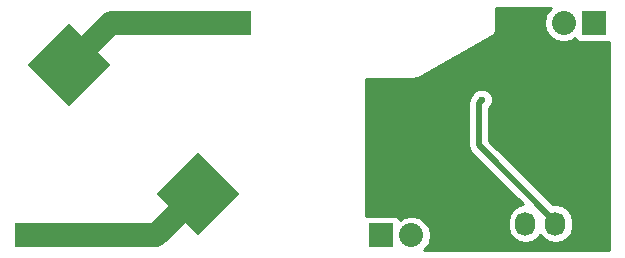
<source format=gbr>
G04 #@! TF.FileFunction,Copper,L2,Bot,Signal*
%FSLAX46Y46*%
G04 Gerber Fmt 4.6, Leading zero omitted, Abs format (unit mm)*
G04 Created by KiCad (PCBNEW 4.0.4-stable) date 12/28/16 17:41:51*
%MOMM*%
%LPD*%
G01*
G04 APERTURE LIST*
%ADD10C,0.100000*%
%ADD11R,2.032000X2.032000*%
%ADD12O,2.032000X2.032000*%
%ADD13R,1.727200X2.032000*%
%ADD14O,1.727200X2.032000*%
%ADD15C,0.600000*%
%ADD16C,0.500000*%
%ADD17C,2.000000*%
%ADD18C,0.254000*%
G04 APERTURE END LIST*
D10*
D11*
X91000000Y-109000000D03*
D12*
X93540000Y-109000000D03*
D10*
G36*
X101919466Y-105455000D02*
X105455000Y-101919466D01*
X108990534Y-105455000D01*
X105455000Y-108990534D01*
X101919466Y-105455000D01*
X101919466Y-105455000D01*
G37*
G36*
X91009466Y-94545000D02*
X94545000Y-91009466D01*
X98080534Y-94545000D01*
X94545000Y-98080534D01*
X91009466Y-94545000D01*
X91009466Y-94545000D01*
G37*
D11*
X109000000Y-91000000D03*
D12*
X106460000Y-91000000D03*
D13*
X130660000Y-108000000D03*
D14*
X133200000Y-108000000D03*
X135740000Y-108000000D03*
D11*
X121000000Y-109000000D03*
D12*
X123540000Y-109000000D03*
D11*
X139000000Y-91000000D03*
D12*
X136460000Y-91000000D03*
D15*
X132200000Y-98200000D03*
X131500000Y-98200000D03*
X124000000Y-105500000D03*
X124000000Y-104750000D03*
X123250000Y-104750000D03*
X123250000Y-105500000D03*
X122500000Y-105500000D03*
X122500000Y-104750000D03*
X132250000Y-100500000D03*
X131500000Y-99750000D03*
X132250000Y-99750000D03*
X132250000Y-99000000D03*
X131500000Y-99000000D03*
X129500000Y-97500000D03*
D16*
X131500000Y-98200000D02*
X132200000Y-98200000D01*
X124000000Y-104750000D02*
X124000000Y-105500000D01*
X123250000Y-105500000D02*
X123250000Y-104750000D01*
X122500000Y-104750000D02*
X122500000Y-105500000D01*
X132250000Y-99750000D02*
X131500000Y-99750000D01*
X131500000Y-99000000D02*
X132250000Y-99000000D01*
X129250000Y-101357600D02*
X129250000Y-97750000D01*
X129250000Y-97750000D02*
X129500000Y-97500000D01*
X135740000Y-108000000D02*
X135740000Y-107847600D01*
X135740000Y-107847600D02*
X129250000Y-101357600D01*
D17*
X93540000Y-109000000D02*
X101910000Y-109000000D01*
X101910000Y-109000000D02*
X105455000Y-105455000D01*
X91000000Y-109000000D02*
X93540000Y-109000000D01*
X98090000Y-91000000D02*
X94545000Y-94545000D01*
X106460000Y-91000000D02*
X98090000Y-91000000D01*
X109000000Y-91000000D02*
X106460000Y-91000000D01*
D18*
G36*
X135260222Y-89832567D02*
X134902330Y-90368190D01*
X134776655Y-91000000D01*
X134902330Y-91631810D01*
X135260222Y-92167433D01*
X135795845Y-92525325D01*
X136427655Y-92651000D01*
X136492345Y-92651000D01*
X137124155Y-92525325D01*
X137426962Y-92322996D01*
X137519910Y-92467441D01*
X137732110Y-92612431D01*
X137984000Y-92663440D01*
X140016000Y-92663440D01*
X140251317Y-92619162D01*
X140265000Y-92610357D01*
X140265000Y-110265000D01*
X124593759Y-110265000D01*
X124739778Y-110167433D01*
X125097670Y-109631810D01*
X125223345Y-109000000D01*
X125097670Y-108368190D01*
X124739778Y-107832567D01*
X124204155Y-107474675D01*
X123572345Y-107349000D01*
X123507655Y-107349000D01*
X122875845Y-107474675D01*
X122573038Y-107677004D01*
X122480090Y-107532559D01*
X122267890Y-107387569D01*
X122016000Y-107336560D01*
X119984000Y-107336560D01*
X119748683Y-107380838D01*
X119735000Y-107389643D01*
X119735000Y-97750000D01*
X128364999Y-97750000D01*
X128365000Y-97750005D01*
X128365000Y-101357595D01*
X128364999Y-101357600D01*
X128421190Y-101640084D01*
X128432367Y-101696275D01*
X128516009Y-101821455D01*
X128624210Y-101983390D01*
X132997713Y-106356892D01*
X132626511Y-106430729D01*
X132140330Y-106755585D01*
X131815474Y-107241766D01*
X131701400Y-107815255D01*
X131701400Y-108184745D01*
X131815474Y-108758234D01*
X132140330Y-109244415D01*
X132626511Y-109569271D01*
X133200000Y-109683345D01*
X133773489Y-109569271D01*
X134259670Y-109244415D01*
X134470000Y-108929634D01*
X134680330Y-109244415D01*
X135166511Y-109569271D01*
X135740000Y-109683345D01*
X136313489Y-109569271D01*
X136799670Y-109244415D01*
X137124526Y-108758234D01*
X137238600Y-108184745D01*
X137238600Y-107815255D01*
X137124526Y-107241766D01*
X136799670Y-106755585D01*
X136313489Y-106430729D01*
X135740000Y-106316655D01*
X135506984Y-106363005D01*
X130135000Y-100991020D01*
X130135000Y-98187245D01*
X130292192Y-98030327D01*
X130434838Y-97686799D01*
X130435162Y-97314833D01*
X130293117Y-96971057D01*
X130030327Y-96707808D01*
X129686799Y-96565162D01*
X129314833Y-96564838D01*
X128971057Y-96706883D01*
X128707808Y-96969673D01*
X128657434Y-97090986D01*
X128624210Y-97124210D01*
X128432367Y-97411325D01*
X128432367Y-97411326D01*
X128364999Y-97750000D01*
X119735000Y-97750000D01*
X119735000Y-95735000D01*
X123750000Y-95735000D01*
X123792836Y-95726479D01*
X123836375Y-95729907D01*
X123932326Y-95698733D01*
X124031272Y-95679051D01*
X124067585Y-95654788D01*
X124109123Y-95641292D01*
X130359123Y-92141292D01*
X130435842Y-92075771D01*
X130519723Y-92019723D01*
X130543987Y-91983410D01*
X130577198Y-91955046D01*
X130623002Y-91865155D01*
X130679051Y-91781272D01*
X130687572Y-91738436D01*
X130707400Y-91699523D01*
X130715317Y-91598952D01*
X130735000Y-91500000D01*
X130735000Y-89735000D01*
X135406241Y-89735000D01*
X135260222Y-89832567D01*
X135260222Y-89832567D01*
G37*
X135260222Y-89832567D02*
X134902330Y-90368190D01*
X134776655Y-91000000D01*
X134902330Y-91631810D01*
X135260222Y-92167433D01*
X135795845Y-92525325D01*
X136427655Y-92651000D01*
X136492345Y-92651000D01*
X137124155Y-92525325D01*
X137426962Y-92322996D01*
X137519910Y-92467441D01*
X137732110Y-92612431D01*
X137984000Y-92663440D01*
X140016000Y-92663440D01*
X140251317Y-92619162D01*
X140265000Y-92610357D01*
X140265000Y-110265000D01*
X124593759Y-110265000D01*
X124739778Y-110167433D01*
X125097670Y-109631810D01*
X125223345Y-109000000D01*
X125097670Y-108368190D01*
X124739778Y-107832567D01*
X124204155Y-107474675D01*
X123572345Y-107349000D01*
X123507655Y-107349000D01*
X122875845Y-107474675D01*
X122573038Y-107677004D01*
X122480090Y-107532559D01*
X122267890Y-107387569D01*
X122016000Y-107336560D01*
X119984000Y-107336560D01*
X119748683Y-107380838D01*
X119735000Y-107389643D01*
X119735000Y-97750000D01*
X128364999Y-97750000D01*
X128365000Y-97750005D01*
X128365000Y-101357595D01*
X128364999Y-101357600D01*
X128421190Y-101640084D01*
X128432367Y-101696275D01*
X128516009Y-101821455D01*
X128624210Y-101983390D01*
X132997713Y-106356892D01*
X132626511Y-106430729D01*
X132140330Y-106755585D01*
X131815474Y-107241766D01*
X131701400Y-107815255D01*
X131701400Y-108184745D01*
X131815474Y-108758234D01*
X132140330Y-109244415D01*
X132626511Y-109569271D01*
X133200000Y-109683345D01*
X133773489Y-109569271D01*
X134259670Y-109244415D01*
X134470000Y-108929634D01*
X134680330Y-109244415D01*
X135166511Y-109569271D01*
X135740000Y-109683345D01*
X136313489Y-109569271D01*
X136799670Y-109244415D01*
X137124526Y-108758234D01*
X137238600Y-108184745D01*
X137238600Y-107815255D01*
X137124526Y-107241766D01*
X136799670Y-106755585D01*
X136313489Y-106430729D01*
X135740000Y-106316655D01*
X135506984Y-106363005D01*
X130135000Y-100991020D01*
X130135000Y-98187245D01*
X130292192Y-98030327D01*
X130434838Y-97686799D01*
X130435162Y-97314833D01*
X130293117Y-96971057D01*
X130030327Y-96707808D01*
X129686799Y-96565162D01*
X129314833Y-96564838D01*
X128971057Y-96706883D01*
X128707808Y-96969673D01*
X128657434Y-97090986D01*
X128624210Y-97124210D01*
X128432367Y-97411325D01*
X128432367Y-97411326D01*
X128364999Y-97750000D01*
X119735000Y-97750000D01*
X119735000Y-95735000D01*
X123750000Y-95735000D01*
X123792836Y-95726479D01*
X123836375Y-95729907D01*
X123932326Y-95698733D01*
X124031272Y-95679051D01*
X124067585Y-95654788D01*
X124109123Y-95641292D01*
X130359123Y-92141292D01*
X130435842Y-92075771D01*
X130519723Y-92019723D01*
X130543987Y-91983410D01*
X130577198Y-91955046D01*
X130623002Y-91865155D01*
X130679051Y-91781272D01*
X130687572Y-91738436D01*
X130707400Y-91699523D01*
X130715317Y-91598952D01*
X130735000Y-91500000D01*
X130735000Y-89735000D01*
X135406241Y-89735000D01*
X135260222Y-89832567D01*
M02*

</source>
